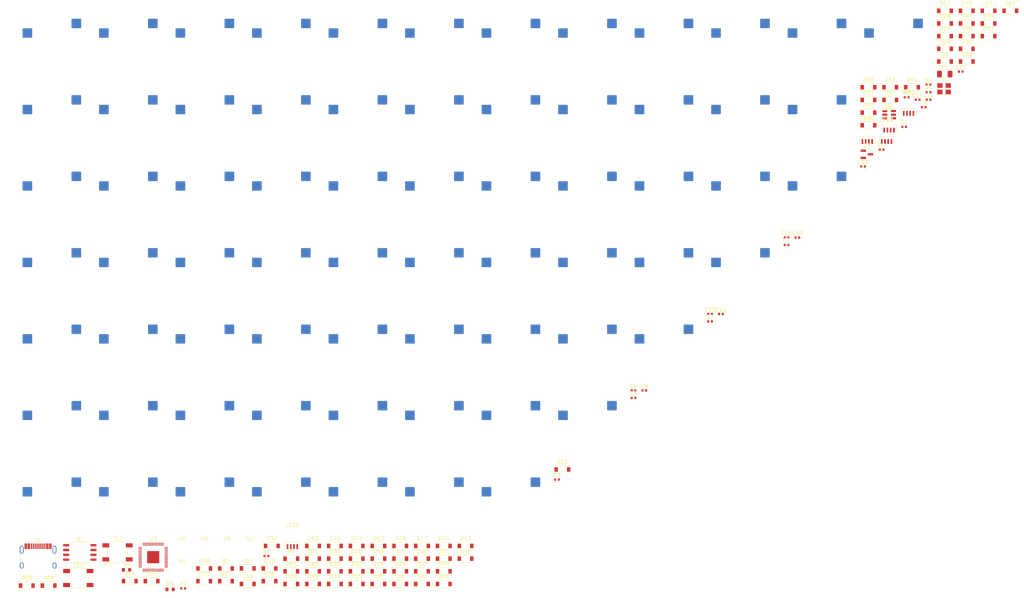
<source format=kicad_pcb>
(kicad_pcb (version 20211014) (generator pcbnew)
  (layers (0 "F.Cu" signal) (31 "B.Cu" signal) (34 "B.Paste" user) (35 "F.Paste" user) (36 "B.SilkS" user "B.Silkscreen") (37 "F.SilkS" user "F.Silkscreen") (38 "B.Mask" user) (39 "F.Mask" user) (44 "Edge.Cuts" user))
  (net 0 "")
  (net 1 "+3V3")
  (net 2 "GND")
  (net 3 "XTAL_IN")
  (net 4 "/XTAL_O")
  (net 5 "+1V1")
  (net 6 "+5V")
  (net 7 "row0")
  (net 8 "Net-(D1-Pad2)")
  (net 9 "Net-(D2-Pad2)")
  (net 10 "Net-(D3-Pad2)")
  (net 11 "Net-(D4-Pad2)")
  (net 12 "Net-(D5-Pad2)")
  (net 13 "Net-(D6-Pad2)")
  (net 14 "Net-(D7-Pad2)")
  (net 15 "Net-(D8-Pad2)")
  (net 16 "Net-(D9-Pad2)")
  (net 17 "Net-(D10-Pad2)")
  (net 18 "Net-(D11-Pad2)")
  (net 19 "Net-(D12-Pad2)")
  (net 20 "Net-(D13-Pad2)")
  (net 21 "Net-(D14-Pad2)")
  (net 22 "Net-(D15-Pad2)")
  (net 23 "row1")
  (net 24 "Net-(D16-Pad2)")
  (net 25 "Net-(D17-Pad2)")
  (net 26 "Net-(D18-Pad2)")
  (net 27 "Net-(D19-Pad2)")
  (net 28 "Net-(D20-Pad2)")
  (net 29 "Net-(D21-Pad2)")
  (net 30 "Net-(D22-Pad2)")
  (net 31 "Net-(D23-Pad2)")
  (net 32 "Net-(D24-Pad2)")
  (net 33 "Net-(D25-Pad2)")
  (net 34 "Net-(D26-Pad2)")
  (net 35 "Net-(D27-Pad2)")
  (net 36 "Net-(D28-Pad2)")
  (net 37 "Net-(D29-Pad2)")
  (net 38 "Net-(D30-Pad2)")
  (net 39 "row2")
  (net 40 "Net-(D31-Pad2)")
  (net 41 "Net-(D32-Pad2)")
  (net 42 "Net-(D33-Pad2)")
  (net 43 "Net-(D34-Pad2)")
  (net 44 "Net-(D35-Pad2)")
  (net 45 "Net-(D36-Pad2)")
  (net 46 "Net-(D37-Pad2)")
  (net 47 "Net-(D38-Pad2)")
  (net 48 "Net-(D39-Pad2)")
  (net 49 "Net-(D40-Pad2)")
  (net 50 "Net-(D41-Pad2)")
  (net 51 "Net-(D42-Pad2)")
  (net 52 "Net-(D43-Pad2)")
  (net 53 "Net-(D44-Pad2)")
  (net 54 "row3")
  (net 55 "Net-(D45-Pad2)")
  (net 56 "Net-(D46-Pad2)")
  (net 57 "Net-(D47-Pad2)")
  (net 58 "Net-(D48-Pad2)")
  (net 59 "Net-(D49-Pad2)")
  (net 60 "Net-(D50-Pad2)")
  (net 61 "Net-(D51-Pad2)")
  (net 62 "Net-(D52-Pad2)")
  (net 63 "Net-(D53-Pad2)")
  (net 64 "Net-(D54-Pad2)")
  (net 65 "Net-(D55-Pad2)")
  (net 66 "Net-(D56-Pad2)")
  (net 67 "Net-(D57-Pad2)")
  (net 68 "Net-(D58-Pad2)")
  (net 69 "row4")
  (net 70 "Net-(D59-Pad2)")
  (net 71 "Net-(D60-Pad2)")
  (net 72 "Net-(D61-Pad2)")
  (net 73 "Net-(D62-Pad2)")
  (net 74 "Net-(D63-Pad2)")
  (net 75 "Net-(D64-Pad2)")
  (net 76 "Net-(D65-Pad2)")
  (net 77 "Net-(D66-Pad2)")
  (net 78 "Net-(D67-Pad2)")
  (net 79 "Net-(D68-Pad2)")
  (net 80 "VBUS")
  (net 81 "/CC1")
  (net 82 "D_USB_P")
  (net 83 "D_USB_N")
  (net 85 "/CC2")
  (net 87 "underglow")
  (net 88 "Net-(LED1-Pad3)")
  (net 89 "Net-(LED2-Pad3)")
  (net 90 "Net-(LED3-Pad3)")
  (net 91 "Net-(LED4-Pad3)")
  (net 93 "/~{USB_BOOT}")
  (net 94 "CS")
  (net 95 "~{RESET}")
  (net 96 "D_P")
  (net 97 "/D_+")
  (net 98 "D_N")
  (net 99 "/D_-")
  (net 100 "XTAL_OUT")
  (net 101 "col0")
  (net 102 "col1")
  (net 103 "col2")
  (net 104 "col3")
  (net 105 "col4")
  (net 106 "col5")
  (net 107 "col6")
  (net 108 "col7")
  (net 109 "col8")
  (net 110 "col9")
  (net 111 "col10")
  (net 112 "col11")
  (net 113 "col12")
  (net 114 "col13")
  (net 115 "col15")
  (net 116 "col14")
  (net 117 "SD1")
  (net 118 "SD2")
  (net 119 "SD0")
  (net 120 "QSPI_CLK")
  (net 121 "SD3")
  (footprint "MountingHole:MountingHole_2.2mm_M2" (layer "F.Cu") (at -257.7875 133.9475)
    (fp_text reference "H6")
    (fp_text value "MountingHole")
  )
  (footprint "Diode_SMD:D_SOD-123" (layer "F.Cu") (at -200.5875 135.9975)
    (fp_text reference "D9")
    (fp_text value "1N4148W")
  )
  (footprint "Diode_SMD:D_SOD-123" (layer "F.Cu") (at -56.7675 -5.4025)
    (fp_text reference "D44")
    (fp_text value "1N4148W")
  )
  (footprint "MX_Hotswap:MX-Hotswap-1U" (layer "F.Cu") (at -182.2425 120.8725)
    (fp_text reference "SW35")
    (fp_text value "SW_Push")
  )
  (footprint "Resistor_SMD:R_0402_1005Metric" (layer "F.Cu") (at -269.3875 143.8675)
    (fp_text reference "R7")
    (fp_text value "1k")
  )
  (footprint "MX_Hotswap:MX-Hotswap-1U" (layer "F.Cu") (at -162.0425 40.0725)
    (fp_text reference "SW41")
    (fp_text value "SW_Push")
  )
  (footprint "Diode_SMD:D_SOD-123" (layer "F.Cu") (at -62.5175 4.6475)
    (fp_text reference "D62")
    (fp_text value "1N4148W")
  )
  (footprint "Diode_SMD:D_SOD-123" (layer "F.Cu") (at -217.8375 135.9975)
    (fp_text reference "D64")
    (fp_text value "1N4148W")
  )
  (footprint "MX_Hotswap:MX-Hotswap-1U" (layer "F.Cu") (at -81.2425 -0.3275)
    (fp_text reference "SW55")
    (fp_text value "SW_Push")
  )
  (footprint "Button_Switch_SMD:SW_SPST_SKQG_WithStem" (layer "F.Cu") (at -286.7275 134.3475)
    (fp_text reference "TS1")
    (fp_text value "SW_Push")
  )
  (footprint "Diode_SMD:D_SOD-123" (layer "F.Cu") (at -229.3375 135.9975)
    (fp_text reference "D30")
    (fp_text value "1N4148W")
  )
  (footprint "Capacitor_SMD:C_0402_1005Metric" (layer "F.Cu") (at -79.0575 21.9075)
    (fp_text reference "C1")
    (fp_text value "100nF")
  )
  (footprint "MX_Hotswap:MX-Hotswap-1U" (layer "F.Cu") (at -283.2425 19.8725)
    (fp_text reference "SW24")
    (fp_text value "SW_Push")
  )
  (footprint "MX_Hotswap:MX-Hotswap-1U" (layer "F.Cu") (at -141.8425 60.2725)
    (fp_text reference "SW8")
    (fp_text value "SW_Push")
  )
  (footprint "MX_Hotswap:MX-Hotswap-1U" (layer "F.Cu") (at -242.8425 120.8725)
    (fp_text reference "SW53")
    (fp_text value "SW_Push")
  )
  (footprint "MX_Hotswap:MX-Hotswap-1U" (layer "F.Cu") (at -162.0425 80.4725)
    (fp_text reference "SW68")
    (fp_text value "SW_Push")
  )
  (footprint "MountingHole:MountingHole_2.2mm_M2" (layer "F.Cu") (at -263.7375 133.9475)
    (fp_text reference "H4")
    (fp_text value "MountingHole")
  )
  (footprint "SkeletonKBD:WS2812B-4020" (layer "F.Cu") (at -83.6925 25.1425)
    (fp_text reference "LED3")
    (fp_text value "WS2812B-4020")
  )
  (footprint "Diode_SMD:D_SOD-123" (layer "F.Cu") (at -62.5175 -2.0525)
    (fp_text reference "D58")
    (fp_text value "1N4148W")
  )
  (footprint "MX_Hotswap:MX-Hotswap-1U" (layer "F.Cu") (at -263.0425 19.8725)
    (fp_text reference "SW15")
    (fp_text value "SW_Push")
  )
  (footprint "SkeletonKBD:WS2812B-4020" (layer "F.Cu") (at -88.7925 25.1425)
    (fp_text reference "LED5")
    (fp_text value "WS2812B-4020")
  )
  (footprint "Diode_SMD:D_SOD-123" (layer "F.Cu") (at -235.0875 135.9975)
    (fp_text reference "D21")
    (fp_text value "1N4148W")
  )
  (footprint "Diode_SMD:D_SOD-123" (layer "F.Cu") (at -229.3375 139.3475)
    (fp_text reference "D35")
    (fp_text value "1N4148W")
  )
  (footprint "MountingHole:MountingHole_2.2mm_M2" (layer "F.Cu") (at -269.6875 139.8975)
    (fp_text reference "H1")
    (fp_text value "MountingHole")
  )
  (footprint "Diode_SMD:D_SOD-123" (layer "F.Cu") (at -88.4675 18.1475)
    (fp_text reference "D40")
    (fp_text value "1N4148W")
  )
  (footprint "Diode_SMD:D_SOD-123" (layer "F.Cu") (at -258.0875 138.5975)
    (fp_text reference "D3")
    (fp_text value "1N4148W")
  )
  (footprint "Capacitor_SMD:C_0402_1005Metric" (layer "F.Cu") (at -110.1075 53.1275)
    (fp_text reference "C2")
    (fp_text value "22pF")
  )
  (footprint "Diode_SMD:D_SOD-123" (layer "F.Cu") (at -51.0175 -8.7525)
    (fp_text reference "D67")
    (fp_text value "1N4148W")
  )
  (footprint "MX_Hotswap:MX-Hotswap-1U" (layer "F.Cu") (at -202.4425 19.8725)
    (fp_text reference "SW63")
    (fp_text value "SW_Push")
  )
  (footprint "Diode_SMD:D_SOD-123" (layer "F.Cu") (at -235.0875 142.6975)
    (fp_text reference "D45")
    (fp_text value "1N4148W")
  )
  (footprint "MX_Hotswap:MX-Hotswap-1U" (layer "F.Cu") (at -242.8425 19.8725)
    (fp_text reference "SW44")
    (fp_text value "SW_Push")
  )
  (footprint "MX_Hotswap:MX-Hotswap-1U" (layer "F.Cu") (at -162.0425 60.2725)
    (fp_text reference "SW60")
    (fp_text value "SW_Push")
  )
  (footprint "Diode_SMD:D_SOD-123" (layer "F.Cu") (at -76.9675 11.4475)
    (fp_text reference "D41")
    (fp_text value "1N4148W")
  )
  (footprint "Capacitor_SMD:C_0402_1005Metric" (layer "F.Cu") (at -130.3075 73.3275)
    (fp_text reference "C7")
    (fp_text value "10uF")
  )
  (footprint "Diode_SMD:D_SOD-123" (layer "F.Cu") (at -200.5875 139.3475)
    (fp_text reference "D43")
    (fp_text value "1N4148W")
  )
  (footprint "Capacitor_SMD:C_0402_1005Metric" (layer "F.Cu") (at -85.0175 27.9275)
    (fp_text reference "C5")
    (fp_text value "100nF")
  )
  (footprint "MX_Hotswap:MX-Hotswap-1U" (layer "F.Cu") (at -162.0425 100.6725)
    (fp_text reference "SW48")
    (fp_text value "SW_Push")
  )
  (footprint "MX_Hotswap:MX-Hotswap-1U" (layer "F.Cu") (at -283.2425 120.8725)
    (fp_text reference "SW56")
    (fp_text value "SW_Push")
  )
  (footprint "Diode_SMD:D_SOD-123" (layer "F.Cu") (at -212.0875 135.9975)
    (fp_text reference "D1")
    (fp_text value "1N4148W")
  )
  (footprint "Diode_SMD:D_SOD-123" (layer "F.Cu") (at -206.3375 135.9975)
    (fp_text reference "D10")
    (fp_text value "1N4148W")
  )
  (footprint "MX_Hotswap:MX-Hotswap-1U" (layer "F.Cu") (at -222.6425 19.8725)
    (fp_text reference "SW32")
    (fp_text value "SW_Push")
  )
  (footprint "MX_Hotswap:MX-Hotswap-1U" (layer "F.Cu") (at -263.0425 100.6725)
    (fp_text reference "SW65")
    (fp_text value "SW_Push")
  )
  (footprint "Diode_SMD:D_SOD-123" (layer "F.Cu") (at -68.2675 -2.0525)
    (fp_text reference "D14")
    (fp_text value "1N4148W")
  )
  (footprint "Diode_SMD:D_SOD-123" (layer "F.Cu") (at -62.5175 1.2975)
    (fp_text reference "D33")
    (fp_text value "1N4148W")
  )
  (footprint "MX_Hotswap:MX-Hotswap-1U" (layer "F.Cu") (at -263.0425 80.4725)
    (fp_text reference "SW6")
    (fp_text value "SW_Push")
  )
  (footprint "MX_Hotswap:MX-Hotswap-1U" (layer "F.Cu") (at -121.6425 40.0725)
    (fp_text reference "SW38")
    (fp_text value "SW_Push")
  )
  (footprint "MX_Hotswap:MX-Hotswap-1U" (layer "F.Cu") (at -141.8425 80.4725)
    (fp_text reference "SW27")
    (fp_text value "SW_Push")
  )
  (footprint "Resistor_SMD:R_0402_1005Metric" (layer "F.Cu") (at -72.6375 10.7675)
    (fp_text reference "R2")
    (fp_text value "1k")
  )
  (footprint "Diode_SMD:D_SOD-123" (layer "F.Cu") (at -283.4775 141.9375)
    (fp_text reference "D15")
    (fp_text value "1N4148W")
  )
  (footprint "Capacitor_SMD:C_0402_1005Metric" (layer "F.Cu") (at -107.2375 51.1575)
    (fp_text reference "C10")
    (fp_text value "100nF")
  )
  (footprint "SkeletonKBD:WS2812B-4020" (layer "F.Cu") (at -240.5625 132.1825)
    (fp_text reference "LED2")
    (fp_text value "WS2812B-4020")
  )
  (footprint "Capacitor_SMD:C_0402_1005Metric" (layer "F.Cu") (at -130.3075 71.3575)
    (fp_text reference "C13")
    (fp_text value "100nF")
  )
  (footprint "MX_Hotswap:MX-Hotswap-1U" (layer "F.Cu") (at -222.6425 100.6725)
    (fp_text reference "SW43")
    (fp_text value "SW_Push")
  )
  (footprint "MX_Hotswap:MX-Hotswap-1U" (layer "F.Cu") (at -283.2425 80.4725)
    (fp_text reference "SW1")
    (fp_text value "SW_Push")
  )
  (footprint "Diode_SMD:D_SOD-123" (layer "F.Cu") (at -245.9875 132.6475)
    (fp_text reference "D52")
    (fp_text value "1N4148W")
  )
  (footprint "Capacitor_SMD:C_0402_1005Metric" (layer "F.Cu") (at -110.1075 51.1575)
    (fp_text reference "C16")
    (fp_text value "1uF")
  )
  (footprint "Diode_SMD:D_SOD-123" (layer "F.Cu") (at -310.6675 143.1175)
    (fp_text reference "D55")
    (fp_text value "1N4148W")
  )
  (footprint "MX_Hotswap:MX-Hotswap-1U" (layer "F.Cu") (at -283.2425 40.0725)
    (fp_text reference "SW34")
    (fp_text value "SW_Push")
  )
  (footprint "MX_Hotswap:MX-Hotswap-1U" (layer "F.Cu") (at -101.4425 -0.3275)
    (fp_text reference "SW7")
    (fp_text value "SW_Push")
  )
  (footprint "Diode_SMD:D_SOD-123" (layer "F.Cu") (at -56.7675 -8.7525)
    (fp_text reference "D7")
    (fp_text value "1N4148W")
  )
  (footprint "Diode_SMD:D_SOD-123" (layer "F.Cu") (at -252.3375 142.6975)
    (fp_text reference "D18")
    (fp_text value "1N4148W")
  )
  (footprint "MX_Hotswap:MX-Hotswap-1U" (layer "F.Cu") (at -303.4425 19.8725)
    (fp_text reference "SW25")
    (fp_text value "SW_Push")
  )
  (footprint "MX_Hotswap:MX-Hotswap-1U" (layer "F.Cu") (at -202.4425 -0.3275)
    (fp_text reference "SW67")
    (fp_text value "SW_Push")
  )
  (footprint "Diode_SMD:D_SOD-123" (layer "F.Cu") (at -263.8375 141.9475)
    (fp_text reference "D23")
    (fp_text value "1N4148W")
  )
  (footprint "Diode_SMD:D_SOD-123" (layer "F.Cu") (at -229.3375 132.6475)
    (fp_text reference "D46")
    (fp_text value "1N4148W")
  )
  (footprint "Diode_SMD:D_SOD-123" (layer "F.Cu") (at -212.0875 139.3475)
    (fp_text reference "D24")
    (fp_text value "1N4148W")
  )
  (footprint "Diode_SMD:D_SOD-123" (layer "F.Cu") (at -252.3375 138.5975)
    (fp_text reference "D11")
    (fp_text value "1N4148W")
  )
  (footprint "MX_Hotswap:MX-Hotswap-1U" (layer "F.Cu") (at -263.0425 -0.3275)
    (fp_text reference "SW14")
    (fp_text value "SW_Push")
  )
  (footprint "Diode_SMD:D_SOD-123" (layer "F.Cu") (at -223.5875 135.9975)
    (fp_text reference "D20")
    (fp_text value "1N4148W")
  )
  (footprint "Capacitor_SMD:C_0402_1005Metric" (layer "F.Cu") (at -89.9075 32.3775)
    (fp_text reference "C11")
    (fp_text value "100nF")
  )
  (footprint "MX_Hotswap:MX-Hotswap-1U" (layer "F.Cu") (at -242.8425 100.6725)
    (fp_text reference "SW18")
    (fp_text value "SW_Push")
  )
  (footprint "Diode_SMD:D_SOD-123" (layer "F.Cu") (at -263.8375 138.5975)
    (fp_text reference "D38")
    (fp_text value "1N4148W")
  )
  (footprint "MX_Hotswap:MX-Hotswap-1U" (layer "F.Cu") (at -242.8425 60.2725)
    (fp_text reference "SW10")
    (fp_text value "SW_Push")
  )
  (footprint "Diode_SMD:D_SOD-123" (layer "F.Cu") (at -82.7175 11.4475)
    (fp_text reference "D16")
    (fp_text value "1N4148W")
  )
  (footprint "Diode_SMD:D_SOD-123" (layer "F.Cu") (at -258.0875 141.9475)
    (fp_text reference "D27")
    (fp_text value "1N4148W")
  )
  (footprint "Capacitor_SMD:C_0402_1005Metric" (layer "F.Cu") (at -73.9075 16.7075)
    (fp_text reference "C9")
    (fp_text value "100nF")
  )
  (footprint "MX_Hotswap:MX-Hotswap-1U" (layer "F.Cu") (at -202.4425 100.6725)
    (fp_text reference "SW16")
    (fp_text value "SW_Push")
  )
  (footprint "MX_Hotswap:MX-Hotswap-1U" (layer "F.Cu") (at -101.4425 19.8725)
    (fp_text reference "SW11")
    (fp_text value "SW_Push")
  )
  (footprint "Diode_SMD:D_SOD-123" (layer "F.Cu") (at -217.8375 132.6475)
    (fp_text reference "D53")
    (fp_text value "1N4148W")
  )
  (footprint "MX_Hotswap:MX-Hotswap-1U" (layer "F.Cu") (at -242.8425 40.0725)
    (fp_text reference "SW51")
    (fp_text value "SW_Push")
  )
  (footprint "MX_Hotswap:MX-Hotswap-1U" (layer "F.Cu") (at -222.6425 60.2725)
    (fp_text reference "SW4")
    (fp_text value "SW_Push")
  )
  (footprint "MX_Hotswap:MX-Hotswap-1U" (layer "F.Cu") (at -303.4425 80.4725)
    (fp_text reference "SW22")
    (fp_text value "SW_Push")
  )
  (footprint "Diode_SMD:D_SOD-123" (layer "F.Cu") (at -235.0875 132.6475)
    (fp_text reference "D60")
    (fp_text value "1N4148W")
  )
  (footprint "MX_Hotswap:MX-Hotswap-1U" (layer "F.Cu") (at -182.2425 19.8725)
    (fp_text reference "SW54")
    (fp_text value "SW_Push")
  )
  (footprint "MX_Hotswap:MX-Hotswap-1U" (layer "F.Cu") (at -303.4425 100.6725)
    (fp_text reference "SW12")
    (fp_text value "SW_Push")
  )
  (footprint "MX_Hotswap:MX-Hotswap-1U" (layer "F.Cu") (at -283.2425 -0.3275)
    (fp_text reference "SW26")
    (fp_text value "SW_Push")
  )
  (footprint "MX_Hotswap:MX-Hotswap-1U" (layer "F.Cu") (at -303.4425 60.2725)
    (fp_text reference "SW31")
    (fp_text value "SW_Push")
  )
  (footprint "Diode_SMD:D_SOD-123" (layer "F.Cu") (at -194.8375 135.9975)
    (fp_text reference "D48")
    (fp_text value "1N4148W")
  )
  (footprint "Diode_SMD:D_SOD-123" (layer "F.Cu") (at -240.8375 139.3475)
    (fp_text reference "D61")
    (fp_text value "1N4148W")
  )
  (footprint "SkeletonKBD:WS2812B-4020" (layer "F.Cu") (at -77.8925 17.6825)
    (fp_text reference "LED1")
    (fp_text value "WS2812B-4020")
  )
  (footprint "MX_Hotswap:MX-Hotswap-1U" (layer "F.Cu") (at -202.4425 60.2725)
    (fp_text reference "SW21")
    (fp_text value "SW_Push")
  )
  (footprint "Resistor_SMD:R_0402_1005Metric" (layer "F.Cu") (at -78.3875 14.1175)
    (fp_text reference "R3")
    (fp_text value "5k1")
  )
  (footprint "MX_Hotswap:MX-Hotswap-1U" (layer "F.Cu") (at -182.2425 100.6725)
    (fp_text reference "SW28")
    (fp_text value "SW_Push")
  )
  (footprint "Package_TO_SOT_SMD:SOT-23-6" (layer "F.Cu") (at -83.0175 18.6975)
    (fp_text reference "U2")
    (fp_text value "USBLC6-2SC6")
  )
  (footprint "Diode_SMD:D_SOD-123" (layer "F.Cu") (at -223.5875 139.3475)
    (fp_text reference "D32")
    (fp_text value "1N4148W")
  )
  (footprint "MX_Hotswap:MX-Hotswap-1U" (layer "F.Cu") (at -182.2425 40.0725)
    (fp_text reference "SW36")
    (fp_text value "SW_Push")
  )
  (footprint "MX_Hotswap:MX-Hotswap-1U" (layer "F.Cu") (at -141.8425 -0.3275)
    (fp_text reference "SW29")
    (fp_text value "SW_Push")
  )
  (footprint "MX_Hotswap:MX-Hotswap-1U" (layer "F.Cu") (at -202.4425 120.8725)
    (fp_text reference "SW37")
    (fp_text value "SW_Push")
  )
  (footprint "MX_Hotswap:MX-Hotswap-1U" (layer "F.Cu") (at -222.6425 40.0725)
    (fp_text reference "SW17")
    (fp_text value "SW_Push")
  )
  (footprint "Package_TO_SOT_SMD:SOT-23" (layer "F.Cu") (at -88.8975 29.1675)
    (fp_text reference "U4")
    (fp_text value "XC6206PxxxMR")
  )
  (footprint "Capacitor_SMD:C_0402_1005Metric" (layer "F.Cu") (at -72.6275 14.7375)
    (fp_text reference "C12")
    (fp_text value "100nF")
  )
  (footprint "Diode_SMD:D_SOD-123" (layer "F.Cu") (at -68.2675 4.6475)
    (fp_text reference "D2")
    (fp_text value "1N4148W")
  )
  (footprint "Diode_SMD:D_SOD-123" (layer "F.Cu") (at -206.3375 139.3475)
    (fp_text reference "D63")
    (fp_text value "1N4148W")
  )
  (footprint "MX_Hotswap:MX-Hotswap-1U" (layer "F.Cu") (at -263.0425 60.2725)
    (fp_text reference "SW62")
    (fp_text value "SW_Push")
  )
  (footprint "MX_Hotswap:MX-Hotswap-1U" (layer "F.Cu") (at -242.8425 80.4725)
    (fp_text reference "SW46")
    (fp_text value "SW_Push")
  )
  (footprint "MX_Hotswap:MX-Hotswap-1U" (layer "F.Cu") (at -283.2425 60.2725)
    (fp_text reference "SW33")
    (fp_text value "SW_Push")
  )
  (footprint "Diode_SMD:D_SOD-123" (layer "F.Cu") (at -62.5175 -5.4025)
    (fp_text reference "D47")
    (fp_text value "1N4148W")
  )
  (footprint "MX_Hotswap:MX-Hotswap-1U" (layer "F.Cu") (at -263.0425 40.0725)
    (fp_text reference "SW57")
    (fp_text value "SW_Push")
  )
  (footprint "Diode_SMD:D_SOD-123" (layer "F.Cu") (at -240.8375 142.6975)
    (fp_text reference "D26")
    (fp_text value "1N4148W")
  )
  (footprint "MX_Hotswap:MX-Hotswap-1U" (layer "F.Cu") (at -303.4425 120.8725)
    (fp_text reference "SW45")
    (fp_text value "SW_Push")
  )
  (footprint "Diode_SMD:D_SOD-123" (layer "F.Cu") (at -212.0875 132.6475)
    (fp_text reference "D29")
    (fp_text value "1N4148W")
  )
  (footprint "Diode_SMD:D_SOD-123" (layer "F.Cu") (at -223.5875 142.6975)
    (fp_text reference "D25")
    (fp_text value "1N4148W")
  )
  (footprint "MX_Hotswap:MX-Hotswap-1U" (layer "F.Cu") (at -222.6425 -0.3275)
    (fp_text reference "SW49")
    (fp_text value "SW_Push")
  )
  (footprint "Resistor_SMD:R_0402_1005Metric" (layer "F.Cu") (at -247.4075 135.3175)
    (fp_text reference "R1")
    (fp_text value "1k")
  )
  (footprint "Diode_SMD:D_SOD-123" (layer "F.Cu") (at -88.4675 11.4475)
    (fp_text reference "D56")
    (fp_text value "1N4148W")
  )
  (footprint "MX_Hotswap:MX-Hotswap-1U" (layer "F.Cu") (at -162.0425 19.8725)
    (fp_text reference "SW30")
    (fp_text value "SW_Push")
  )
  (footprint "Diode_SMD:D_SOD-123" (layer "F.Cu") (at -217.8375 139.3475)
    (fp_text reference "D19")
    (fp_text value "1N4148W")
  )
  (footprint "Diode_SMD:D_SOD-123" (layer "F.Cu") (at -240.8375 135.9975)
    (fp_text reference "D5")
    (fp_text value "1N4148W")
  )
  (footprint "Diode_SMD:D_SOD-123" (layer "F.Cu") (at -229.3375 142.6975)
    (fp_text reference "D34")
    (fp_text value "1N4148W")
  )
  (footprint "MountingHole:MountingHole_2.2mm_M2" (layer "F.Cu") (at -289.3275 140.7175)
    (fp_text reference "H3")
    (fp_text value "MountingHole")
  )
  (footprint "MX_Hotswap:MX-Hotswap-1U" (layer "F.Cu") (at -303.4425 40.0725)
    (fp_text reference "SW64")
    (fp_text value "SW_Push")
  )
  (footprint "Diode_SMD:D_SOD-123" (layer "F.Cu") (at -68.2675 1.2975)
    (fp_text reference "D39")
    (fp_text value "1N4148W")
  )
  (footprint "Package_DFN_QFN:QFN-56-1EP_7x7mm_P0.4mm_EP3.2x3.2mm" (layer "F.Cu") (at -277.3075 135.6175)
    (fp_text reference "U3")
    (fp_text value "RP2040")
  )
  (footprint "MX_Hotswap:MX-Hotswap-1U" (layer "F.Cu") (at -121.6425 60.2725)
    (fp_text reference "SW66")
    (fp_text value "SW_Push")
  )
  (footprint "Diode_SMD:D_SOD-123" (layer "F.Cu") (at -246.5875 141.9475)
    (fp_text reference "D36")
    (fp_text value "1N4148W")
  )
  (footprint "Button_Switch_SMD:SW_SPST_SKQG_WithStem" (layer "F.Cu") (at -297.0775 141.1175)
    (fp_text reference "TS2")
    (fp_text value "SW_Push")
  )
  (footprint "Capacitor_SMD:C_0402_1005Metric" (layer "F.Cu") (at -150.5075 91.5575)
    (fp_text reference "C6")
    (fp_text value "100nF")
  )
  (footprint "Diode_SMD:D_SOD-123" (layer "F.Cu") (at -200.5875 142.6975)
    (fp_text reference "D66")
    (fp_text value "1N4148W")
  )
  (footprint "MX_Hotswap:MX-Hotswap-1U" (layer "F.Cu") (at -242.8425 -0.3275)
    (fp_text reference "SW59")
    (fp_text value "SW_Push")
  )
  (footprint "Diode_SMD:D_SOD-123" (layer "F.Cu") (at -235.0875 139.3475)
    (fp_text reference "D65")
    (fp_text value "1N4148W")
  )
  (footprint "Diode_SMD:D_SOD-123" (layer "F.Cu") (at -68.2675 -5.4025)
    (fp_text reference "D28")
    (fp_text value "1N4148W")
  )
  (footprint "MX_Hotswap:MX-Hotswap-1U" (layer "F.Cu") (at -263.0425 120.8725)
    (fp_text reference "SW50")
    (fp_text value "SW_Push")
  )
  (footprint "MX_Hotswap:MX-Hotswap-1U" (layer "F.Cu") (at -222.6425 80.4725)
    (fp_text reference "SW52")
    (fp_text value "SW_Push")
  )
  (footprint "MX_Hotswap:MX-Hotswap-1U" (layer "F.Cu") (at -182.2425 -0.3275)
    (fp_text reference "SW42")
    (fp_text value "SW_Push")
  )
  (footprint "Capacitor_SMD:C_0402_1005Metric" (layer "F.Cu") (at -170.7075 115.1075)
    (fp_text reference "C3")
    (fp_text value "22pF")
  )
  (footprint "Diode_SMD:D_SOD-123" (layer "F.Cu") (at -206.3375 132.6475)
    (fp_text reference "D17")
    (fp_text value "1N4148W")
  )
  (footprint "MX_Hotswap:MX-Hotswap-1U" (layer "F.Cu") (at -202.4425 40.0725)
    (fp_text reference "SW58")
    (fp_text value "SW_Push")
  )
  (footprint "Capacitor_SMD:C_0402_1005Metric" (layer "F.Cu") (at -64.0975 7.3075)
    (fp_text reference "C17")
    (fp_text value "1uF")
  )
  (footprint "MountingHole:MountingHole_2.2mm_M2" (layer "F.Cu") (at -269.6875 133.9475)
    (fp_text reference "H5")
    (fp_text value "MountingHole")
  )
  (footprint "MX_Hotswap:MX-Hotswap-1U" (layer "F.Cu") (at -202.4425 80.4725)
    (fp_text reference "SW9")
    (fp_text value "SW_Push")
  )
  (footprint "Connector_USB:USB_C_Receptacle_HRO_TYPE-C-31-M-12" (layer "F.Cu") (at -307.6975 136.7675)
    (fp_text reference "J1")
    (fp_text value "USB_C_Receptacle_USB2.0")
  )
  (footprint "Diode_SMD:D_SOD-123" (layer "F.Cu") (at -200.5875 132.6475)
    (fp_text reference "D54")
    (fp_text value "1N4148W")
  )
  (footprint "Package_SO:SOIC-8_5.23x5.23mm_P1.27mm" (layer "F.Cu") (at -296.6775 134.3575)
    (fp_text reference "U1")
    (fp_text value "W25Q128JVS")
  )
  (footprint "MX_Hotswap:MX-Hotswap-1U" (layer "F.Cu") (at -121.6425 19.8725)
    (fp_text reference "SW19")
    (fp_text value "SW_Push")
  )
  (footprint "Diode_SMD:D_SOD-123" (layer "F.Cu") (at -246.5875 138.5975)
    (fp_text reference "D50")
    (fp_text value "1N4148W")
  )
  (footprint "Resistor_SMD:R_0603_1608Metric" (layer "F.Cu") (at -284.3475 138.9775)
    (fp_text reference "R6")
    (fp_text value "27R")
  )
  (footprint "Crystal:Crystal_SMD_3225-4Pin_3.2x2.5mm" (layer "F.Cu") (at -68.5175 11.8375)
    (fp_text reference "Y1")
    (fp_text value "12MHz")
  )
  (footprint "Resistor_SMD:R_0402_1005Metric" (layer "F.Cu") (at -72.6375 12.7575)
    (fp_text reference "R4")
    (fp_text value "5k1")
  )
  (footprint "Diode_SMD:D_SOD-123" (layer "F.Cu") (at -169.2675 112.4475)
    (fp_text reference "D12")
    (fp_text value "1N4148W")
  )
  (footprint "MX_Hotswap:MX-Hotswap-1U" (layer "F.Cu") (at -101.4425 40.0725)
    (fp_text reference "SW13")
    (fp_text value "SW_Push")
  )
  (footprint "Capacitor_SMD:C_0402_1005Metric" (layer "F.Cu") (at -127.4375 71.3575)
    (fp_text reference "C15")
    (fp_text value "100nF")
  )
  (footprint "Capacitor_SMD:C_0402_1005Metric" (layer "F.Cu") (at -150.5075 93.5275)
    (fp_text reference "C4")
    (fp_text value "1uF")
  )
  (footprint "MX_Hotswap:MX-Hotswap-1U" (layer "F.Cu") (at -283.2425 100.6725)
    (fp_text reference "SW23")
    (fp_text value "SW_Push")
  )
  (footprint "MX_Hotswap:MX-Hotswap-1U" (layer "F.Cu") (at -303.4425 -0.3275)
    (fp_text reference "SW47")
    (fp_text value "SW_Push")
  )
  (footprint "Diode_SMD:D_SOD-123" (layer "F.Cu") (at -212.0875 142.6975)
    (fp_text reference "D6")
    (fp_text value "1N4148W")
  )
  (footprint "Diode_SMD:D_SOD-123" (layer "F.Cu") (at -277.7275 141.9375)
    (fp_text reference "D59")
    (fp_text value "1N4148W")
  )
  (footprint "Diode_SMD:D_SOD-123" (layer "F.Cu") (at -56.7675 -2.0525)
    (fp_text reference "D51")
    (fp_text value "1N4148W")
  )
  (footprint "MX_Hotswap:MX-Hotswap-1U" (layer "F.Cu") (at -222.6425 120.8725)
    (fp_text reference "SW2")
    (fp_text value "SW_Push")
  )
  (footprint "Capacitor_SMD:C_0402_1005Metric" (layer "F.Cu") (at -147.6375 91.5575)
    (fp_text reference "C8")
    (fp_text value "1uF")
  )
  (footprint "Resistor_SMD:R_0603_1608Metric" (layer "F.Cu") (at -272.8475 144.1275)
    (fp_text reference "R5")
    (fp_text value "27R")
  )
  (footprint "MountingHole:MountingHole_2.2mm_M2" (layer "F.Cu") (at -251.8375 133.9475)
    (fp_text reference "H2")
    (fp_text value "MountingHole")
  )
  (footprint "Diode_SMD:D_SOD-123" (layer "F.Cu") (at -304.9175 143.1175)
    (fp_text reference "D68")
    (fp_text value "1N4148W")
  )
  (footprint "Capacitor_SMD:C_0402_1005Metric" (layer "F.Cu") (at -75.4975 14.7375)
    (fp_text reference "C14")
    (fp_text value "100nF")
  )
  (footprint "Diode_SMD:D_SOD-123" (layer "F.Cu") (at -68.2675 -8.7525)
    (fp_text reference "D57")
    (fp_text value "1N4148W")
  )
  (footprint "Diode_SMD:D_SOD-123" (layer "F.Cu") (at -206.3375 142.6975)
    (fp_text reference "D22")
    (fp_text value "1N4148W")
  )
  (footprint "MX_Hotswap:MX-Hotswap-1U" (layer "F.Cu") (at -182.2425 80.4725)
    (fp_text reference "SW40")
    (fp_text value "SW_Push")
  )
  (footprint "Diode_SMD:D_SOD-123" (layer "F.Cu") (at -82.7175 14.7975)
    (fp_text reference "D37")
    (fp_text value "1N4148W")
  )
  (footprint "SkeletonKBD:WS2812B-4020" (layer "F.Cu") (at -83.0425 22.1325)
    (fp_text reference "LED4")
    (fp_text value "WS2812B-4020")
  )
  (footprint "Diode_SMD:D_SOD-123" (layer "F.Cu") (at -223.5875 132.6475)
    (fp_text reference "D42")
    (fp_text value "1N4148W")
  )
  (footprint "Diode_SMD:D_SOD-123" (layer "F.Cu") (at -217.8375 142.6975)
    (fp_text reference "D8")
    (fp_text value "1N4148W")
  )
  (footprint "MX_Hotswap:MX-Hotswap-1U" (layer "F.Cu") (at -141.8425 40.0725)
    (fp_text reference "SW39")
    (fp_text value "SW_Push")
  )
  (footprint "Fuse:Fuse_1206_3216Metric" (layer "F.Cu") (at -68.3375 7.9675)
    (fp_text reference "F1")
    (fp_text value "500mA")
  )
  (footprint "Diode_SMD:D_SOD-123" (layer "F.Cu") (at -88.4675 21.4975)
    (fp_text reference "D4")
    (fp_text value "1N4148W")
  )
  (footprint "MX_Hotswap:MX-Hotswap-1U" (layer "F.Cu") (at -121.6425 -0.3275)
    (fp_text reference "SW3")
    (fp_text value "SW_Push")
  )
  (footprint "Diode_SMD:D_SOD-123" (layer "F.Cu") (at -88.4675 14.7975)
    (fp_text reference "D31")
    (fp_text value "1N4148W")
  )
  (footprint "MX_Hotswap:MX-Hotswap-1U" (layer "F.Cu") (at -162.0425 -0.3275)
    (fp_text reference "SW5")
    (fp_text value "SW_Push")
  )
  (footprint "Diode_SMD:D_SOD-123" (layer "F.Cu") (at -194.8375 132.6475)
    (fp_text reference "D13")
    (fp_text value "1N4148W")
  )
  (footprint "MX_Hotswap:MX-Hotswap-1U" (layer "F.Cu") (at -141.8425 19.8725)
    (fp_text reference "SW20")
    (fp_text value "SW_Push")
  )
  (footprint "Diode_SMD:D_SOD-123" (layer "F.Cu") (at -62.5175 -8.7525)
    (fp_text reference "D49")
    (fp_text value "1N4148W")
  )
  (footprint "MX_Hotswap:MX-Hotswap-1U" (layer "F.Cu") (at -182.2425 60.2725)
    (fp_text reference "SW61")
    (fp_text value "SW_Push")
  )
)
</source>
